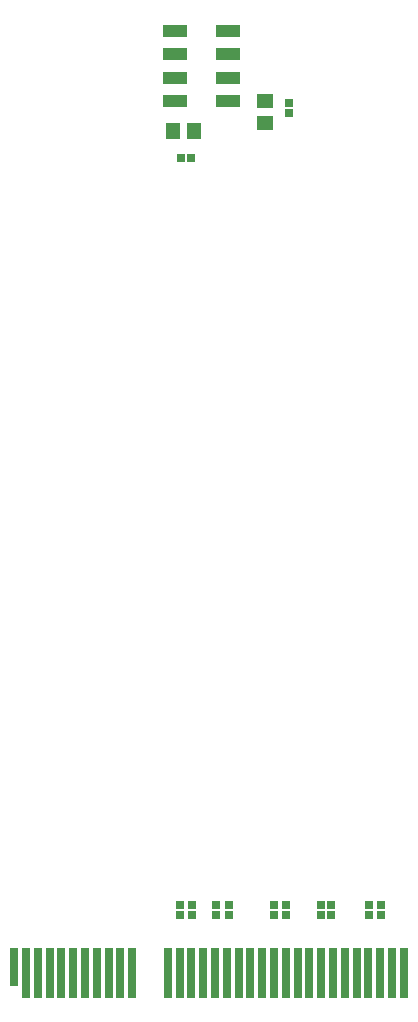
<source format=gbp>
%FSTAX25Y25*%
%MOIN*%
%SFA1B1*%

%IPPOS*%
%ADD53R,0.028000X0.165000*%
%ADD54R,0.028000X0.126000*%
%ADD64R,0.057090X0.045280*%
%ADD66R,0.025200X0.026770*%
%ADD71R,0.045280X0.057090*%
%ADD72R,0.026770X0.025200*%
%ADD76R,0.082870X0.044090*%
%LNgrandmaster-1*%
%LPD*%
G54D53*
X0908661Y0514173D03*
X0786614D03*
X0782677D03*
X0814173D03*
X0810236D03*
X0869291D03*
X0900787D03*
X089685D03*
X0885039D03*
X0865354D03*
X0881102D03*
X0849606D03*
X0845669D03*
X0837795D03*
X0833858D03*
X081811D03*
X0794488D03*
X0798425D03*
X0802362D03*
X0806299D03*
X085748D03*
X0841732D03*
X0829921D03*
X0877165D03*
X0892913D03*
X0873228D03*
X0904724D03*
X0888976D03*
X0861417D03*
X0853543D03*
X0790551D03*
G54D54*
X077874Y0516123D03*
G54D64*
X08623Y0804643D03*
Y0797557D03*
G54D66*
X0834Y0536693D03*
Y0533307D03*
X0838D03*
Y0536693D03*
X08459D03*
Y0533307D03*
X08502D03*
Y0536693D03*
X08655Y0533307D03*
Y0536693D03*
X08695Y0533307D03*
Y0536693D03*
X0881Y0533307D03*
Y0536693D03*
X08845D03*
Y0533307D03*
X0897D03*
Y0536693D03*
X0901Y0533307D03*
Y0536693D03*
X08702Y0804093D03*
Y0800707D03*
G54D71*
X0831757Y07948D03*
X0838843D03*
G54D72*
X0834207Y07858D03*
X0837593D03*
G54D76*
X085Y0804678D03*
Y0820426D03*
Y0812552D03*
Y08283D03*
X08325Y0804678D03*
Y0812552D03*
Y0820426D03*
Y08283D03*
M02*
</source>
